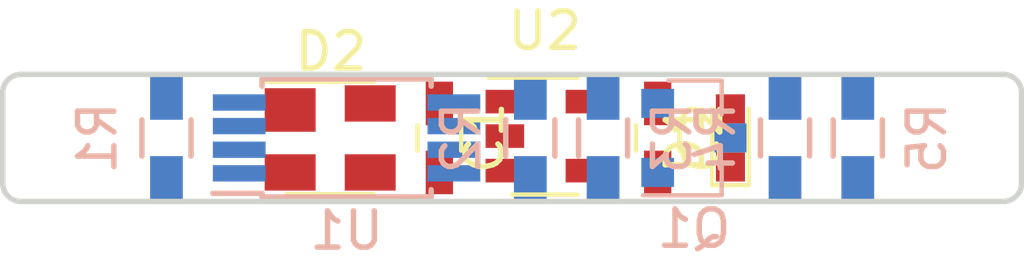
<source format=kicad_pcb>
(kicad_pcb (version 4) (host pcbnew 4.0.5)

  (general
    (links 20)
    (no_connects 20)
    (area 135.924999 103.174999 164.075001 106.825001)
    (thickness 1.6)
    (drawings 8)
    (tracks 0)
    (zones 0)
    (modules 12)
    (nets 17)
  )

  (page A4)
  (layers
    (0 F.Cu signal)
    (31 B.Cu signal)
    (32 B.Adhes user)
    (33 F.Adhes user)
    (34 B.Paste user)
    (35 F.Paste user)
    (36 B.SilkS user)
    (37 F.SilkS user)
    (38 B.Mask user)
    (39 F.Mask user)
    (40 Dwgs.User user)
    (41 Cmts.User user)
    (42 Eco1.User user)
    (43 Eco2.User user)
    (44 Edge.Cuts user)
    (45 Margin user)
    (46 B.CrtYd user)
    (47 F.CrtYd user)
    (48 B.Fab user hide)
    (49 F.Fab user hide)
  )

  (setup
    (last_trace_width 0.25)
    (trace_clearance 0.2)
    (zone_clearance 0.508)
    (zone_45_only yes)
    (trace_min 0.2)
    (segment_width 0.2)
    (edge_width 0.15)
    (via_size 0.6)
    (via_drill 0.4)
    (via_min_size 0.4)
    (via_min_drill 0.3)
    (uvia_size 0.3)
    (uvia_drill 0.1)
    (uvias_allowed no)
    (uvia_min_size 0.2)
    (uvia_min_drill 0.1)
    (pcb_text_width 0.3)
    (pcb_text_size 1.5 1.5)
    (mod_edge_width 0.15)
    (mod_text_size 1 1)
    (mod_text_width 0.15)
    (pad_size 1.524 1.524)
    (pad_drill 0.762)
    (pad_to_mask_clearance 0.2)
    (aux_axis_origin 0 0)
    (grid_origin 150 105)
    (visible_elements FFFFFFFF)
    (pcbplotparams
      (layerselection 0x00030_80000001)
      (usegerberextensions false)
      (excludeedgelayer true)
      (linewidth 0.100000)
      (plotframeref false)
      (viasonmask false)
      (mode 1)
      (useauxorigin false)
      (hpglpennumber 1)
      (hpglpenspeed 20)
      (hpglpendiameter 15)
      (hpglpenoverlay 2)
      (psnegative false)
      (psa4output false)
      (plotreference true)
      (plotvalue true)
      (plotinvisibletext false)
      (padsonsilk false)
      (subtractmaskfromsilk false)
      (outputformat 1)
      (mirror false)
      (drillshape 1)
      (scaleselection 1)
      (outputdirectory ""))
  )

  (net 0 "")
  (net 1 GND)
  (net 2 +2V8)
  (net 3 "Net-(D1-Pad2)")
  (net 4 "Net-(D1-Pad1)")
  (net 5 "Net-(Q1-Pad1)")
  (net 6 /~RST)
  (net 7 /MISO)
  (net 8 /MOSI)
  (net 9 /SCK)
  (net 10 "Net-(U2-Pad3)")
  (net 11 "Net-(U2-Pad4)")
  (net 12 /PB3)
  (net 13 /PB4)
  (net 14 "Net-(C1-Pad1)")
  (net 15 "Net-(D2-Pad2)")
  (net 16 "Net-(D2-Pad3)")

  (net_class Default "This is the default net class."
    (clearance 0.2)
    (trace_width 0.25)
    (via_dia 0.6)
    (via_drill 0.4)
    (uvia_dia 0.3)
    (uvia_drill 0.1)
    (add_net +2V8)
    (add_net /MISO)
    (add_net /MOSI)
    (add_net /PB3)
    (add_net /PB4)
    (add_net /SCK)
    (add_net /~RST)
    (add_net GND)
    (add_net "Net-(C1-Pad1)")
    (add_net "Net-(D1-Pad1)")
    (add_net "Net-(D1-Pad2)")
    (add_net "Net-(D2-Pad2)")
    (add_net "Net-(D2-Pad3)")
    (add_net "Net-(Q1-Pad1)")
    (add_net "Net-(U2-Pad3)")
    (add_net "Net-(U2-Pad4)")
  )

  (module Housings_SSOP:TSSOP-8_4.4x3mm_Pitch0.65mm (layer B.Cu) (tedit 54130A77) (tstamp 58AB33C0)
    (at 145.45 105)
    (descr "8-Lead Plastic Thin Shrink Small Outline (ST)-4.4 mm Body [TSSOP] (see Microchip Packaging Specification 00000049BS.pdf)")
    (tags "SSOP 0.65")
    (path /58AB4E84)
    (attr smd)
    (fp_text reference U1 (at 0 2.55) (layer B.SilkS)
      (effects (font (size 1 1) (thickness 0.15)) (justify mirror))
    )
    (fp_text value ATTINY45-20XUR (at 0 -2.55) (layer B.Fab)
      (effects (font (size 1 1) (thickness 0.15)) (justify mirror))
    )
    (fp_line (start -1.2 1.5) (end 2.2 1.5) (layer B.Fab) (width 0.15))
    (fp_line (start 2.2 1.5) (end 2.2 -1.5) (layer B.Fab) (width 0.15))
    (fp_line (start 2.2 -1.5) (end -2.2 -1.5) (layer B.Fab) (width 0.15))
    (fp_line (start -2.2 -1.5) (end -2.2 0.5) (layer B.Fab) (width 0.15))
    (fp_line (start -2.2 0.5) (end -1.2 1.5) (layer B.Fab) (width 0.15))
    (fp_line (start -3.95 1.8) (end -3.95 -1.8) (layer B.CrtYd) (width 0.05))
    (fp_line (start 3.95 1.8) (end 3.95 -1.8) (layer B.CrtYd) (width 0.05))
    (fp_line (start -3.95 1.8) (end 3.95 1.8) (layer B.CrtYd) (width 0.05))
    (fp_line (start -3.95 -1.8) (end 3.95 -1.8) (layer B.CrtYd) (width 0.05))
    (fp_line (start -2.325 1.625) (end -2.325 1.525) (layer B.SilkS) (width 0.15))
    (fp_line (start 2.325 1.625) (end 2.325 1.425) (layer B.SilkS) (width 0.15))
    (fp_line (start 2.325 -1.625) (end 2.325 -1.425) (layer B.SilkS) (width 0.15))
    (fp_line (start -2.325 -1.625) (end -2.325 -1.425) (layer B.SilkS) (width 0.15))
    (fp_line (start -2.325 1.625) (end 2.325 1.625) (layer B.SilkS) (width 0.15))
    (fp_line (start -2.325 -1.625) (end 2.325 -1.625) (layer B.SilkS) (width 0.15))
    (fp_line (start -2.325 1.525) (end -3.675 1.525) (layer B.SilkS) (width 0.15))
    (pad 1 smd rect (at -2.95 0.975) (size 1.45 0.45) (layers B.Cu B.Paste B.Mask)
      (net 6 /~RST))
    (pad 2 smd rect (at -2.95 0.325) (size 1.45 0.45) (layers B.Cu B.Paste B.Mask)
      (net 12 /PB3))
    (pad 3 smd rect (at -2.95 -0.325) (size 1.45 0.45) (layers B.Cu B.Paste B.Mask)
      (net 13 /PB4))
    (pad 4 smd rect (at -2.95 -0.975) (size 1.45 0.45) (layers B.Cu B.Paste B.Mask)
      (net 1 GND))
    (pad 5 smd rect (at 2.95 -0.975) (size 1.45 0.45) (layers B.Cu B.Paste B.Mask)
      (net 8 /MOSI))
    (pad 6 smd rect (at 2.95 -0.325) (size 1.45 0.45) (layers B.Cu B.Paste B.Mask)
      (net 7 /MISO))
    (pad 7 smd rect (at 2.95 0.325) (size 1.45 0.45) (layers B.Cu B.Paste B.Mask)
      (net 9 /SCK))
    (pad 8 smd rect (at 2.95 0.975) (size 1.45 0.45) (layers B.Cu B.Paste B.Mask)
      (net 2 +2V8))
    (model Housings_SSOP.3dshapes/TSSOP-8_4.4x3mm_Pitch0.65mm.wrl
      (at (xyz 0 0 0))
      (scale (xyz 1 1 1))
      (rotate (xyz 0 0 0))
    )
  )

  (module Resistors_SMD:R_0603_HandSoldering (layer B.Cu) (tedit 58307AEF) (tstamp 58AB339C)
    (at 140.5 105 270)
    (descr "Resistor SMD 0603, hand soldering")
    (tags "resistor 0603")
    (path /589439F2)
    (attr smd)
    (fp_text reference R1 (at 0 1.9 270) (layer B.SilkS)
      (effects (font (size 1 1) (thickness 0.15)) (justify mirror))
    )
    (fp_text value 10k (at 0 -1.9 270) (layer B.Fab)
      (effects (font (size 1 1) (thickness 0.15)) (justify mirror))
    )
    (fp_line (start -0.8 -0.4) (end -0.8 0.4) (layer B.Fab) (width 0.1))
    (fp_line (start 0.8 -0.4) (end -0.8 -0.4) (layer B.Fab) (width 0.1))
    (fp_line (start 0.8 0.4) (end 0.8 -0.4) (layer B.Fab) (width 0.1))
    (fp_line (start -0.8 0.4) (end 0.8 0.4) (layer B.Fab) (width 0.1))
    (fp_line (start -2 0.8) (end 2 0.8) (layer B.CrtYd) (width 0.05))
    (fp_line (start -2 -0.8) (end 2 -0.8) (layer B.CrtYd) (width 0.05))
    (fp_line (start -2 0.8) (end -2 -0.8) (layer B.CrtYd) (width 0.05))
    (fp_line (start 2 0.8) (end 2 -0.8) (layer B.CrtYd) (width 0.05))
    (fp_line (start 0.5 -0.675) (end -0.5 -0.675) (layer B.SilkS) (width 0.15))
    (fp_line (start -0.5 0.675) (end 0.5 0.675) (layer B.SilkS) (width 0.15))
    (pad 1 smd rect (at -1.1 0 270) (size 1.2 0.9) (layers B.Cu B.Paste B.Mask)
      (net 2 +2V8))
    (pad 2 smd rect (at 1.1 0 270) (size 1.2 0.9) (layers B.Cu B.Paste B.Mask)
      (net 6 /~RST))
    (model Resistors_SMD.3dshapes/R_0603_HandSoldering.wrl
      (at (xyz 0 0 0))
      (scale (xyz 1 1 1))
      (rotate (xyz 0 0 0))
    )
  )

  (module Capacitors_SMD:C_0603_HandSoldering (layer F.Cu) (tedit 58AA848B) (tstamp 58AB337B)
    (at 148 105 270)
    (descr "Capacitor SMD 0603, hand soldering")
    (tags "capacitor 0603")
    (path /5893B026)
    (attr smd)
    (fp_text reference C1 (at 0 -1.25 270) (layer F.SilkS)
      (effects (font (size 1 1) (thickness 0.15)))
    )
    (fp_text value 1u (at 0 1.5 270) (layer F.Fab)
      (effects (font (size 1 1) (thickness 0.15)))
    )
    (fp_text user %R (at 0 -1.25 270) (layer F.Fab)
      (effects (font (size 1 1) (thickness 0.15)))
    )
    (fp_line (start -0.8 0.4) (end -0.8 -0.4) (layer F.Fab) (width 0.1))
    (fp_line (start 0.8 0.4) (end -0.8 0.4) (layer F.Fab) (width 0.1))
    (fp_line (start 0.8 -0.4) (end 0.8 0.4) (layer F.Fab) (width 0.1))
    (fp_line (start -0.8 -0.4) (end 0.8 -0.4) (layer F.Fab) (width 0.1))
    (fp_line (start -0.35 -0.6) (end 0.35 -0.6) (layer F.SilkS) (width 0.12))
    (fp_line (start 0.35 0.6) (end -0.35 0.6) (layer F.SilkS) (width 0.12))
    (fp_line (start -1.8 -0.65) (end 1.8 -0.65) (layer F.CrtYd) (width 0.05))
    (fp_line (start -1.8 -0.65) (end -1.8 0.65) (layer F.CrtYd) (width 0.05))
    (fp_line (start 1.8 0.65) (end 1.8 -0.65) (layer F.CrtYd) (width 0.05))
    (fp_line (start 1.8 0.65) (end -1.8 0.65) (layer F.CrtYd) (width 0.05))
    (pad 1 smd rect (at -0.95 0 270) (size 1.2 0.75) (layers F.Cu F.Paste F.Mask)
      (net 14 "Net-(C1-Pad1)"))
    (pad 2 smd rect (at 0.95 0 270) (size 1.2 0.75) (layers F.Cu F.Paste F.Mask)
      (net 1 GND))
    (model Capacitors_SMD.3dshapes/C_0603.wrl
      (at (xyz 0 0 0))
      (scale (xyz 1 1 1))
      (rotate (xyz 0 0 0))
    )
  )

  (module Capacitors_SMD:C_0603_HandSoldering (layer F.Cu) (tedit 58AA848B) (tstamp 58AB3381)
    (at 154 105 270)
    (descr "Capacitor SMD 0603, hand soldering")
    (tags "capacitor 0603")
    (path /58AB22F8)
    (attr smd)
    (fp_text reference C2 (at 0 -1.25 270) (layer F.SilkS)
      (effects (font (size 1 1) (thickness 0.15)))
    )
    (fp_text value 22u (at 0 1.5 270) (layer F.Fab)
      (effects (font (size 1 1) (thickness 0.15)))
    )
    (fp_text user %R (at 0 -1.25 270) (layer F.Fab)
      (effects (font (size 1 1) (thickness 0.15)))
    )
    (fp_line (start -0.8 0.4) (end -0.8 -0.4) (layer F.Fab) (width 0.1))
    (fp_line (start 0.8 0.4) (end -0.8 0.4) (layer F.Fab) (width 0.1))
    (fp_line (start 0.8 -0.4) (end 0.8 0.4) (layer F.Fab) (width 0.1))
    (fp_line (start -0.8 -0.4) (end 0.8 -0.4) (layer F.Fab) (width 0.1))
    (fp_line (start -0.35 -0.6) (end 0.35 -0.6) (layer F.SilkS) (width 0.12))
    (fp_line (start 0.35 0.6) (end -0.35 0.6) (layer F.SilkS) (width 0.12))
    (fp_line (start -1.8 -0.65) (end 1.8 -0.65) (layer F.CrtYd) (width 0.05))
    (fp_line (start -1.8 -0.65) (end -1.8 0.65) (layer F.CrtYd) (width 0.05))
    (fp_line (start 1.8 0.65) (end 1.8 -0.65) (layer F.CrtYd) (width 0.05))
    (fp_line (start 1.8 0.65) (end -1.8 0.65) (layer F.CrtYd) (width 0.05))
    (pad 1 smd rect (at -0.95 0 270) (size 1.2 0.75) (layers F.Cu F.Paste F.Mask)
      (net 2 +2V8))
    (pad 2 smd rect (at 0.95 0 270) (size 1.2 0.75) (layers F.Cu F.Paste F.Mask)
      (net 1 GND))
    (model Capacitors_SMD.3dshapes/C_0603.wrl
      (at (xyz 0 0 0))
      (scale (xyz 1 1 1))
      (rotate (xyz 0 0 0))
    )
  )

  (module LEDs:LED_0603 (layer F.Cu) (tedit 57FE93A5) (tstamp 58AB3387)
    (at 156 105 90)
    (descr "LED 0603 smd package")
    (tags "LED led 0603 SMD smd SMT smt smdled SMDLED smtled SMTLED")
    (path /588C319B)
    (attr smd)
    (fp_text reference D1 (at 0 -1.25 90) (layer F.SilkS)
      (effects (font (size 1 1) (thickness 0.15)))
    )
    (fp_text value IR (at 0 1.35 90) (layer F.Fab)
      (effects (font (size 1 1) (thickness 0.15)))
    )
    (fp_line (start -1.3 -0.5) (end -1.3 0.5) (layer F.SilkS) (width 0.12))
    (fp_line (start -0.2 -0.2) (end -0.2 0.2) (layer F.Fab) (width 0.1))
    (fp_line (start -0.15 0) (end 0.15 -0.2) (layer F.Fab) (width 0.1))
    (fp_line (start 0.15 0.2) (end -0.15 0) (layer F.Fab) (width 0.1))
    (fp_line (start 0.15 -0.2) (end 0.15 0.2) (layer F.Fab) (width 0.1))
    (fp_line (start 0.8 0.4) (end -0.8 0.4) (layer F.Fab) (width 0.1))
    (fp_line (start 0.8 -0.4) (end 0.8 0.4) (layer F.Fab) (width 0.1))
    (fp_line (start -0.8 -0.4) (end 0.8 -0.4) (layer F.Fab) (width 0.1))
    (fp_line (start -0.8 0.4) (end -0.8 -0.4) (layer F.Fab) (width 0.1))
    (fp_line (start -1.3 0.5) (end 0.8 0.5) (layer F.SilkS) (width 0.12))
    (fp_line (start -1.3 -0.5) (end 0.8 -0.5) (layer F.SilkS) (width 0.12))
    (fp_line (start 1.45 -0.65) (end 1.45 0.65) (layer F.CrtYd) (width 0.05))
    (fp_line (start 1.45 0.65) (end -1.45 0.65) (layer F.CrtYd) (width 0.05))
    (fp_line (start -1.45 0.65) (end -1.45 -0.65) (layer F.CrtYd) (width 0.05))
    (fp_line (start -1.45 -0.65) (end 1.45 -0.65) (layer F.CrtYd) (width 0.05))
    (pad 2 smd rect (at 0.8 0 270) (size 0.8 0.8) (layers F.Cu F.Paste F.Mask)
      (net 3 "Net-(D1-Pad2)"))
    (pad 1 smd rect (at -0.8 0 270) (size 0.8 0.8) (layers F.Cu F.Paste F.Mask)
      (net 4 "Net-(D1-Pad1)"))
    (model LEDs.3dshapes/LED_0603.wrl
      (at (xyz 0 0 0))
      (scale (xyz 1 1 1))
      (rotate (xyz 0 0 180))
    )
  )

  (module TO_SOT_Packages_SMD:SOT-143 (layer F.Cu) (tedit 58961DE1) (tstamp 58AB338F)
    (at 145 105)
    (descr SOT-143)
    (tags SOT-143)
    (path /58916D19)
    (attr smd)
    (fp_text reference D2 (at 0.02 -2.38) (layer F.SilkS)
      (effects (font (size 1 1) (thickness 0.15)))
    )
    (fp_text value D_Bridge_-AA+ (at -0.28 2.48) (layer F.Fab)
      (effects (font (size 1 1) (thickness 0.15)))
    )
    (fp_line (start -1.2 1.55) (end 1.2 1.55) (layer F.SilkS) (width 0.12))
    (fp_line (start 1.2 -1.55) (end -1.75 -1.55) (layer F.SilkS) (width 0.12))
    (fp_line (start -1.2 -1) (end -0.7 -1.5) (layer F.Fab) (width 0.1))
    (fp_line (start -0.7 -1.5) (end 1.2 -1.5) (layer F.Fab) (width 0.1))
    (fp_line (start -1.2 1.5) (end -1.2 -1) (layer F.Fab) (width 0.1))
    (fp_line (start 1.2 1.5) (end -1.2 1.5) (layer F.Fab) (width 0.1))
    (fp_line (start 1.2 -1.5) (end 1.2 1.5) (layer F.Fab) (width 0.1))
    (fp_line (start 2.05 -1.75) (end 2.05 1.75) (layer F.CrtYd) (width 0.05))
    (fp_line (start 2.05 -1.75) (end -2.05 -1.75) (layer F.CrtYd) (width 0.05))
    (fp_line (start -2.05 1.75) (end 2.05 1.75) (layer F.CrtYd) (width 0.05))
    (fp_line (start -2.05 1.75) (end -2.05 -1.75) (layer F.CrtYd) (width 0.05))
    (pad 1 smd rect (at -1.1 -0.77 270) (size 1.2 1.4) (layers F.Cu F.Paste F.Mask)
      (net 1 GND))
    (pad 2 smd rect (at -1.1 0.95 270) (size 1 1.4) (layers F.Cu F.Paste F.Mask)
      (net 15 "Net-(D2-Pad2)"))
    (pad 3 smd rect (at 1.1 0.95 270) (size 1 1.4) (layers F.Cu F.Paste F.Mask)
      (net 16 "Net-(D2-Pad3)"))
    (pad 4 smd rect (at 1.1 -0.95 270) (size 1 1.4) (layers F.Cu F.Paste F.Mask)
      (net 14 "Net-(C1-Pad1)"))
    (model TO_SOT_Packages_SMD.3dshapes/SOT-143.wrl
      (at (xyz 0 -0 0))
      (scale (xyz 1 1 1))
      (rotate (xyz 0 0 90))
    )
  )

  (module TO_SOT_Packages_SMD:SOT-23 (layer B.Cu) (tedit 5883B105) (tstamp 58AB3396)
    (at 155 105)
    (descr "SOT-23, Standard")
    (tags SOT-23)
    (path /589435EC)
    (attr smd)
    (fp_text reference Q1 (at 0 2.5) (layer B.SilkS)
      (effects (font (size 1 1) (thickness 0.15)) (justify mirror))
    )
    (fp_text value Q_NMOS_GSD (at 0 -2.5) (layer B.Fab)
      (effects (font (size 1 1) (thickness 0.15)) (justify mirror))
    )
    (fp_line (start -0.7 0.95) (end -0.7 -1.5) (layer B.Fab) (width 0.1))
    (fp_line (start -0.15 1.52) (end 0.7 1.52) (layer B.Fab) (width 0.1))
    (fp_line (start -0.7 0.95) (end -0.15 1.52) (layer B.Fab) (width 0.1))
    (fp_line (start 0.7 1.52) (end 0.7 -1.52) (layer B.Fab) (width 0.1))
    (fp_line (start -0.7 -1.52) (end 0.7 -1.52) (layer B.Fab) (width 0.1))
    (fp_line (start 0.76 -1.58) (end 0.76 -0.65) (layer B.SilkS) (width 0.12))
    (fp_line (start 0.76 1.58) (end 0.76 0.65) (layer B.SilkS) (width 0.12))
    (fp_line (start -1.7 1.75) (end 1.7 1.75) (layer B.CrtYd) (width 0.05))
    (fp_line (start 1.7 1.75) (end 1.7 -1.75) (layer B.CrtYd) (width 0.05))
    (fp_line (start 1.7 -1.75) (end -1.7 -1.75) (layer B.CrtYd) (width 0.05))
    (fp_line (start -1.7 -1.75) (end -1.7 1.75) (layer B.CrtYd) (width 0.05))
    (fp_line (start 0.76 1.58) (end -1.4 1.58) (layer B.SilkS) (width 0.12))
    (fp_line (start 0.76 -1.58) (end -0.7 -1.58) (layer B.SilkS) (width 0.12))
    (pad 1 smd rect (at -1 0.95) (size 0.9 0.8) (layers B.Cu B.Paste B.Mask)
      (net 5 "Net-(Q1-Pad1)"))
    (pad 2 smd rect (at -1 -0.95) (size 0.9 0.8) (layers B.Cu B.Paste B.Mask)
      (net 1 GND))
    (pad 3 smd rect (at 1 0) (size 0.9 0.8) (layers B.Cu B.Paste B.Mask)
      (net 4 "Net-(D1-Pad1)"))
    (model TO_SOT_Packages_SMD.3dshapes/SOT-23.wrl
      (at (xyz 0 0 0))
      (scale (xyz 1 1 1))
      (rotate (xyz 0 0 90))
    )
  )

  (module Resistors_SMD:R_0603_HandSoldering (layer B.Cu) (tedit 58307AEF) (tstamp 58AB33A2)
    (at 150.5 105 270)
    (descr "Resistor SMD 0603, hand soldering")
    (tags "resistor 0603")
    (path /5893DB94)
    (attr smd)
    (fp_text reference R2 (at 0 1.9 270) (layer B.SilkS)
      (effects (font (size 1 1) (thickness 0.15)) (justify mirror))
    )
    (fp_text value 100 (at 0 -1.9 270) (layer B.Fab)
      (effects (font (size 1 1) (thickness 0.15)) (justify mirror))
    )
    (fp_line (start -0.8 -0.4) (end -0.8 0.4) (layer B.Fab) (width 0.1))
    (fp_line (start 0.8 -0.4) (end -0.8 -0.4) (layer B.Fab) (width 0.1))
    (fp_line (start 0.8 0.4) (end 0.8 -0.4) (layer B.Fab) (width 0.1))
    (fp_line (start -0.8 0.4) (end 0.8 0.4) (layer B.Fab) (width 0.1))
    (fp_line (start -2 0.8) (end 2 0.8) (layer B.CrtYd) (width 0.05))
    (fp_line (start -2 -0.8) (end 2 -0.8) (layer B.CrtYd) (width 0.05))
    (fp_line (start -2 0.8) (end -2 -0.8) (layer B.CrtYd) (width 0.05))
    (fp_line (start 2 0.8) (end 2 -0.8) (layer B.CrtYd) (width 0.05))
    (fp_line (start 0.5 -0.675) (end -0.5 -0.675) (layer B.SilkS) (width 0.15))
    (fp_line (start -0.5 0.675) (end 0.5 0.675) (layer B.SilkS) (width 0.15))
    (pad 1 smd rect (at -1.1 0 270) (size 1.2 0.9) (layers B.Cu B.Paste B.Mask)
      (net 7 /MISO))
    (pad 2 smd rect (at 1.1 0 270) (size 1.2 0.9) (layers B.Cu B.Paste B.Mask)
      (net 5 "Net-(Q1-Pad1)"))
    (model Resistors_SMD.3dshapes/R_0603_HandSoldering.wrl
      (at (xyz 0 0 0))
      (scale (xyz 1 1 1))
      (rotate (xyz 0 0 0))
    )
  )

  (module Resistors_SMD:R_0603_HandSoldering (layer B.Cu) (tedit 58307AEF) (tstamp 58AB33A8)
    (at 152.5 105 90)
    (descr "Resistor SMD 0603, hand soldering")
    (tags "resistor 0603")
    (path /58AA1AD8)
    (attr smd)
    (fp_text reference R3 (at 0 1.9 90) (layer B.SilkS)
      (effects (font (size 1 1) (thickness 0.15)) (justify mirror))
    )
    (fp_text value 10k (at 0 -1.9 90) (layer B.Fab)
      (effects (font (size 1 1) (thickness 0.15)) (justify mirror))
    )
    (fp_line (start -0.8 -0.4) (end -0.8 0.4) (layer B.Fab) (width 0.1))
    (fp_line (start 0.8 -0.4) (end -0.8 -0.4) (layer B.Fab) (width 0.1))
    (fp_line (start 0.8 0.4) (end 0.8 -0.4) (layer B.Fab) (width 0.1))
    (fp_line (start -0.8 0.4) (end 0.8 0.4) (layer B.Fab) (width 0.1))
    (fp_line (start -2 0.8) (end 2 0.8) (layer B.CrtYd) (width 0.05))
    (fp_line (start -2 -0.8) (end 2 -0.8) (layer B.CrtYd) (width 0.05))
    (fp_line (start -2 0.8) (end -2 -0.8) (layer B.CrtYd) (width 0.05))
    (fp_line (start 2 0.8) (end 2 -0.8) (layer B.CrtYd) (width 0.05))
    (fp_line (start 0.5 -0.675) (end -0.5 -0.675) (layer B.SilkS) (width 0.15))
    (fp_line (start -0.5 0.675) (end 0.5 0.675) (layer B.SilkS) (width 0.15))
    (pad 1 smd rect (at -1.1 0 90) (size 1.2 0.9) (layers B.Cu B.Paste B.Mask)
      (net 5 "Net-(Q1-Pad1)"))
    (pad 2 smd rect (at 1.1 0 90) (size 1.2 0.9) (layers B.Cu B.Paste B.Mask)
      (net 1 GND))
    (model Resistors_SMD.3dshapes/R_0603_HandSoldering.wrl
      (at (xyz 0 0 0))
      (scale (xyz 1 1 1))
      (rotate (xyz 0 0 0))
    )
  )

  (module Resistors_SMD:R_0603_HandSoldering (layer B.Cu) (tedit 58307AEF) (tstamp 58AB33AE)
    (at 157.5 105 270)
    (descr "Resistor SMD 0603, hand soldering")
    (tags "resistor 0603")
    (path /5893E69D)
    (attr smd)
    (fp_text reference R4 (at 0 1.9 270) (layer B.SilkS)
      (effects (font (size 1 1) (thickness 0.15)) (justify mirror))
    )
    (fp_text value 47 (at 0 -1.9 270) (layer B.Fab)
      (effects (font (size 1 1) (thickness 0.15)) (justify mirror))
    )
    (fp_line (start -0.8 -0.4) (end -0.8 0.4) (layer B.Fab) (width 0.1))
    (fp_line (start 0.8 -0.4) (end -0.8 -0.4) (layer B.Fab) (width 0.1))
    (fp_line (start 0.8 0.4) (end 0.8 -0.4) (layer B.Fab) (width 0.1))
    (fp_line (start -0.8 0.4) (end 0.8 0.4) (layer B.Fab) (width 0.1))
    (fp_line (start -2 0.8) (end 2 0.8) (layer B.CrtYd) (width 0.05))
    (fp_line (start -2 -0.8) (end 2 -0.8) (layer B.CrtYd) (width 0.05))
    (fp_line (start -2 0.8) (end -2 -0.8) (layer B.CrtYd) (width 0.05))
    (fp_line (start 2 0.8) (end 2 -0.8) (layer B.CrtYd) (width 0.05))
    (fp_line (start 0.5 -0.675) (end -0.5 -0.675) (layer B.SilkS) (width 0.15))
    (fp_line (start -0.5 0.675) (end 0.5 0.675) (layer B.SilkS) (width 0.15))
    (pad 1 smd rect (at -1.1 0 270) (size 1.2 0.9) (layers B.Cu B.Paste B.Mask)
      (net 2 +2V8))
    (pad 2 smd rect (at 1.1 0 270) (size 1.2 0.9) (layers B.Cu B.Paste B.Mask)
      (net 3 "Net-(D1-Pad2)"))
    (model Resistors_SMD.3dshapes/R_0603_HandSoldering.wrl
      (at (xyz 0 0 0))
      (scale (xyz 1 1 1))
      (rotate (xyz 0 0 0))
    )
  )

  (module TO_SOT_Packages_SMD:SOT-23-5 (layer F.Cu) (tedit 5883B1A6) (tstamp 58AB33C9)
    (at 150.9 104.95)
    (descr "5-pin SOT23 package")
    (tags SOT-23-5)
    (path /58AB0B0D)
    (attr smd)
    (fp_text reference U2 (at 0 -2.9) (layer F.SilkS)
      (effects (font (size 1 1) (thickness 0.15)))
    )
    (fp_text value TPS70928DBV (at 0 2.9) (layer F.Fab)
      (effects (font (size 1 1) (thickness 0.15)))
    )
    (fp_line (start -0.9 1.61) (end 0.9 1.61) (layer F.SilkS) (width 0.12))
    (fp_line (start 0.9 -1.61) (end -1.55 -1.61) (layer F.SilkS) (width 0.12))
    (fp_line (start -1.9 -1.8) (end 1.9 -1.8) (layer F.CrtYd) (width 0.05))
    (fp_line (start 1.9 -1.8) (end 1.9 1.8) (layer F.CrtYd) (width 0.05))
    (fp_line (start 1.9 1.8) (end -1.9 1.8) (layer F.CrtYd) (width 0.05))
    (fp_line (start -1.9 1.8) (end -1.9 -1.8) (layer F.CrtYd) (width 0.05))
    (fp_line (start -0.9 -0.9) (end -0.25 -1.55) (layer F.Fab) (width 0.1))
    (fp_line (start 0.9 -1.55) (end -0.25 -1.55) (layer F.Fab) (width 0.1))
    (fp_line (start -0.9 -0.9) (end -0.9 1.55) (layer F.Fab) (width 0.1))
    (fp_line (start 0.9 1.55) (end -0.9 1.55) (layer F.Fab) (width 0.1))
    (fp_line (start 0.9 -1.55) (end 0.9 1.55) (layer F.Fab) (width 0.1))
    (pad 1 smd rect (at -1.1 -0.95) (size 1.06 0.65) (layers F.Cu F.Paste F.Mask)
      (net 14 "Net-(C1-Pad1)"))
    (pad 2 smd rect (at -1.1 0) (size 1.06 0.65) (layers F.Cu F.Paste F.Mask)
      (net 1 GND))
    (pad 3 smd rect (at -1.1 0.95) (size 1.06 0.65) (layers F.Cu F.Paste F.Mask)
      (net 10 "Net-(U2-Pad3)"))
    (pad 4 smd rect (at 1.1 0.95) (size 1.06 0.65) (layers F.Cu F.Paste F.Mask)
      (net 11 "Net-(U2-Pad4)"))
    (pad 5 smd rect (at 1.1 -0.95) (size 1.06 0.65) (layers F.Cu F.Paste F.Mask)
      (net 2 +2V8))
    (model TO_SOT_Packages_SMD.3dshapes/SOT-23-5.wrl
      (at (xyz 0 0 0))
      (scale (xyz 1 1 1))
      (rotate (xyz 0 0 0))
    )
  )

  (module Resistors_SMD:R_0603_HandSoldering (layer B.Cu) (tedit 58307AEF) (tstamp 58ABA56A)
    (at 159.5 105 90)
    (descr "Resistor SMD 0603, hand soldering")
    (tags "resistor 0603")
    (path /5893E362)
    (attr smd)
    (fp_text reference R5 (at 0 1.9 90) (layer B.SilkS)
      (effects (font (size 1 1) (thickness 0.15)) (justify mirror))
    )
    (fp_text value R (at 0 -1.9 90) (layer B.Fab)
      (effects (font (size 1 1) (thickness 0.15)) (justify mirror))
    )
    (fp_line (start -0.8 -0.4) (end -0.8 0.4) (layer B.Fab) (width 0.1))
    (fp_line (start 0.8 -0.4) (end -0.8 -0.4) (layer B.Fab) (width 0.1))
    (fp_line (start 0.8 0.4) (end 0.8 -0.4) (layer B.Fab) (width 0.1))
    (fp_line (start -0.8 0.4) (end 0.8 0.4) (layer B.Fab) (width 0.1))
    (fp_line (start -2 0.8) (end 2 0.8) (layer B.CrtYd) (width 0.05))
    (fp_line (start -2 -0.8) (end 2 -0.8) (layer B.CrtYd) (width 0.05))
    (fp_line (start -2 0.8) (end -2 -0.8) (layer B.CrtYd) (width 0.05))
    (fp_line (start 2 0.8) (end 2 -0.8) (layer B.CrtYd) (width 0.05))
    (fp_line (start 0.5 -0.675) (end -0.5 -0.675) (layer B.SilkS) (width 0.15))
    (fp_line (start -0.5 0.675) (end 0.5 0.675) (layer B.SilkS) (width 0.15))
    (pad 1 smd rect (at -1.1 0 90) (size 1.2 0.9) (layers B.Cu B.Paste B.Mask)
      (net 3 "Net-(D1-Pad2)"))
    (pad 2 smd rect (at 1.1 0 90) (size 1.2 0.9) (layers B.Cu B.Paste B.Mask)
      (net 4 "Net-(D1-Pad1)"))
    (model Resistors_SMD.3dshapes/R_0603_HandSoldering.wrl
      (at (xyz 0 0 0))
      (scale (xyz 1 1 1))
      (rotate (xyz 0 0 0))
    )
  )

  (gr_arc (start 136.5 106.25) (end 136.5 106.75) (angle 90) (layer Edge.Cuts) (width 0.15))
  (gr_arc (start 163.5 106.25) (end 164 106.25) (angle 90) (layer Edge.Cuts) (width 0.15))
  (gr_arc (start 163.5 103.75) (end 163.5 103.25) (angle 90) (layer Edge.Cuts) (width 0.15))
  (gr_arc (start 136.5 103.75) (end 136 103.75) (angle 90) (layer Edge.Cuts) (width 0.15))
  (gr_line (start 163.5 106.75) (end 136.5 106.75) (layer Edge.Cuts) (width 0.15))
  (gr_line (start 136 106.25) (end 136 103.75) (layer Edge.Cuts) (width 0.15))
  (gr_line (start 164 103.75) (end 164 106.25) (layer Edge.Cuts) (width 0.15))
  (gr_line (start 136.5 103.25) (end 163.5 103.25) (layer Edge.Cuts) (width 0.15))

  (zone (net 0) (net_name "") (layer F.Cu) (tstamp 0) (hatch edge 0.508)
    (connect_pads (clearance 0.508))
    (min_thickness 0.254)
    (keepout (tracks not_allowed) (vias not_allowed) (copperpour allowed))
    (fill (arc_segments 16) (thermal_gap 0.508) (thermal_bridge_width 0.508))
    (polygon
      (pts
        (xy 157.9 103.25) (xy 159.9 103.25) (xy 159.9 106.75) (xy 157.9 106.75)
      )
    )
  )
  (zone (net 0) (net_name "") (layer F.Cu) (tstamp 0) (hatch edge 0.508)
    (connect_pads (clearance 0.508))
    (min_thickness 0.254)
    (keepout (tracks not_allowed) (vias not_allowed) (copperpour allowed))
    (fill (arc_segments 16) (thermal_gap 0.508) (thermal_bridge_width 0.508))
    (polygon
      (pts
        (xy 142.1 103.25) (xy 142.1 106.75) (xy 140.1 106.75) (xy 140.1 103.25)
      )
    )
  )
)

</source>
